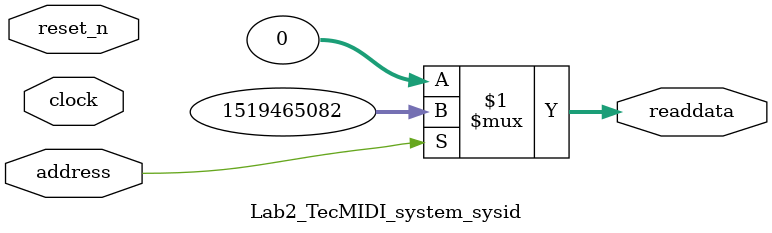
<source format=v>



// synthesis translate_off
`timescale 1ns / 1ps
// synthesis translate_on

// turn off superfluous verilog processor warnings 
// altera message_level Level1 
// altera message_off 10034 10035 10036 10037 10230 10240 10030 

module Lab2_TecMIDI_system_sysid (
               // inputs:
                address,
                clock,
                reset_n,

               // outputs:
                readdata
             )
;

  output  [ 31: 0] readdata;
  input            address;
  input            clock;
  input            reset_n;

  wire    [ 31: 0] readdata;
  //control_slave, which is an e_avalon_slave
  assign readdata = address ? 1519465082 : 0;

endmodule




</source>
